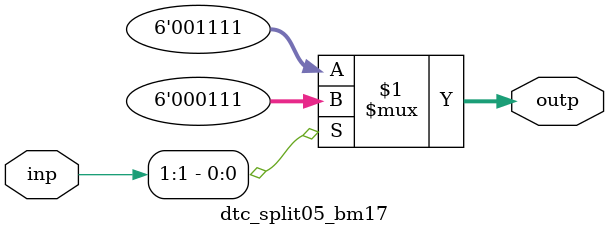
<source format=v>
module dtc_split05_bm17 (
	input  wire [6-1:0] inp,
	output wire [6-1:0] outp
);


	assign outp = (inp[1]) ? 6'b000111 : 6'b001111;

endmodule
</source>
